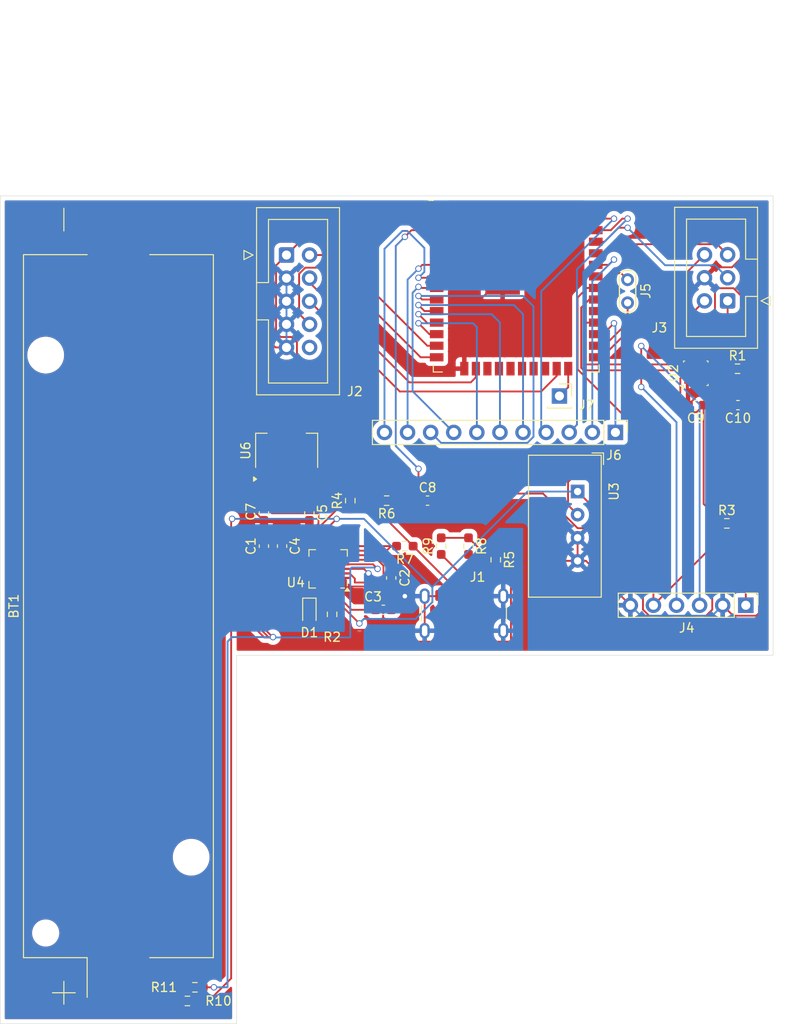
<source format=kicad_pcb>
(kicad_pcb (version 20240225) (generator "pcbnew") (generator_version "8.99")
  (layers (0 "F.Cu" signal) (31 "B.Cu" signal) (34 "B.Paste" user) (35 "F.Paste" user) (36 "B.SilkS" user "B.Silkscreen") (37 "F.SilkS" user "F.Silkscreen") (38 "B.Mask" user) (39 "F.Mask" user) (44 "Edge.Cuts" user))
  (net 0 "")
  (net 1 "Net-(BT1-+)")
  (net 2 "GND")
  (net 3 "Net-(U4-D_IO1)")
  (net 4 "Earth")
  (net 5 "Net-(U4-CBP)")
  (net 6 "+3.3V")
  (net 7 "+5V")
  (net 8 "Net-(J3-Pin_1)")
  (net 9 "Net-(U2-VDD)")
  (net 10 "Net-(D1-A)")
  (net 11 "Net-(D1-K)")
  (net 13 "Net-(J2-Pin_8)")
  (net 14 "Net-(J2-Pin_6)")
  (net 15 "Net-(J2-Pin_2)")
  (net 16 "Net-(J2-Pin_4)")
  (net 17 "Net-(J3-Pin_3)")
  (net 18 "Net-(J3-Pin_5)")
  (net 19 "Net-(J3-Pin_6)")
  (net 20 "Net-(J4-Pin_3)")
  (net 21 "Net-(J4-Pin_1)")
  (net 22 "Net-(J4-Pin_4)")
  (net 23 "Net-(U3-SDA)")
  (net 25 "Net-(J6-Pin_7)")
  (net 27 "Net-(J6-Pin_3)")
  (net 28 "Net-(J6-Pin_5)")
  (net 30 "Net-(J6-Pin_2)")
  (net 31 "Net-(J6-Pin_8)")
  (net 33 "Net-(J6-Pin_10)")
  (net 36 "Net-(J6-Pin_9)")
  (net 37 "Net-(J6-Pin_6)")
  (net 41 "Net-(J6-Pin_1)")
  (net 42 "Net-(J6-Pin_11)")
  (net 44 "Net-(J6-Pin_4)")
  (net 45 "Net-(J7-Pin_1)")
  (net 46 "Net-(J1-VBUS-PadA9)")
  (net 47 "Net-(J1-CC2)")
  (net 48 "Net-(J1-CC1)")
  (net 49 "Net-(J5-Pin_2)")
  (net 50 "Net-(J5-Pin_1)")
  (net 51 "Net-(U4-BAT_SNS)")
  (footprint "LED_SMD:LED_0603_1608Metric_Pad1.05x0.95mm_HandSolder" (layer "F.Cu") (at 116 105.875 -90)
    (property "Reference" "D1")
    (property "Value" "LED")
  )
  (footprint "Resistor_SMD:R_0603_1608Metric_Pad0.98x0.95mm_HandSolder" (layer "F.Cu") (at 120.5 93.5 90)
    (property "Reference" "R4")
    (property "Value" "0R")
  )
  (footprint "Capacitor_SMD:C_0603_1608Metric_Pad1.08x0.95mm_HandSolder" (layer "F.Cu") (at 124.1375 105.5)
    (property "Reference" "C3")
    (property "Value" "100n")
  )
  (footprint "Sensor:ASAIR_AM2302_P2.54mm_Vertical" (layer "F.Cu") (at 145.5 92.5 -90)
    (property "Reference" "U3")
    (property "Value" "AM2302")
  )
  (footprint "Connector_IDC:IDC-Header_2x05_P2.54mm_Vertical" (layer "F.Cu") (at 113.483654 66.5)
    (property "Reference" "J2")
    (property "Value" "Conn_02x05_Odd_Even" (hide yes))
  )
  (footprint "Capacitor_SMD:C_0603_1608Metric_Pad1.08x0.95mm_HandSolder" (layer "F.Cu") (at 163.1375 83 180)
    (property "Reference" "C10")
    (property "Value" "100n")
  )
  (footprint "Resistor_SMD:R_0603_1608Metric_Pad0.98x0.95mm_HandSolder" (layer "F.Cu") (at 124.5 93.5 180)
    (property "Reference" "R6")
    (property "Value" "10k")
  )
  (footprint "Resistor_SMD:R_0603_1608Metric_Pad0.98x0.95mm_HandSolder" (layer "F.Cu") (at 118.5 106 90)
    (property "Reference" "R2")
    (property "Value" "500")
  )
  (footprint "Resistor_SMD:R_0603_1608Metric_Pad0.98x0.95mm_HandSolder" (layer "F.Cu") (at 163.0875 79)
    (property "Reference" "R1")
    (property "Value" "1000")
  )
  (footprint "Connector_PinHeader_2.54mm:PinHeader_1x06_P2.54mm_Vertical" (layer "F.Cu") (at 164 105 -90)
    (property "Reference" "J4")
    (property "Value" "Conn_01x06_Pin")
  )
  (footprint "Resistor_SMD:R_0603_1608Metric_Pad0.98x0.95mm_HandSolder" (layer "F.Cu") (at 102.5875 148.5)
    (property "Reference" "R10")
    (property "Value" "0R")
  )
  (footprint "Capacitor_SMD:C_0603_1608Metric_Pad1.08x0.95mm_HandSolder" (layer "F.Cu") (at 158.5 83 180)
    (property "Reference" "C9")
    (property "Value" "100n")
  )
  (footprint "Connector_PinSocket_2.54mm:PinSocket_1x01_P2.54mm_Vertical" (layer "F.Cu") (at 143.5 82)
    (property "Reference" "J7")
    (property "Value" "Conn_01x01_Pin")
  )
  (footprint "Resistor_SMD:R_0603_1608Metric_Pad0.98x0.95mm_HandSolder" (layer "F.Cu") (at 126.5 98.5 180)
    (property "Reference" "R7")
    (property "Value" "0R")
  )
  (footprint "TestPoint:TestPoint_2Pads_Pitch2.54mm_Drill0.8mm" (layer "F.Cu") (at 151 71.75 90)
    (property "Reference" "J5")
    (property "Value" "Conn_01x02_Pin")
  )
  (footprint "Resistor_SMD:R_0603_1608Metric_Pad0.98x0.95mm_HandSolder" (layer "F.Cu") (at 136.5 100 -90)
    (property "Reference" "R5")
    (property "Value" "0R")
  )
  (footprint "Connector_PinHeader_2.54mm:PinHeader_1x11_P2.54mm_Vertical" (layer "F.Cu") (at 149.66 86 -90)
    (property "Reference" "J6")
    (property "Value" "Conn_01x11_Pin")
  )
  (footprint "Capacitor_SMD:C_0603_1608Metric_Pad1.08x0.95mm_HandSolder" (layer "F.Cu") (at 111 94.8625 90)
    (property "Reference" "C7")
    (property "Value" "10u")
  )
  (footprint "Resistor_SMD:R_0603_1608Metric_Pad0.98x0.95mm_HandSolder" (layer "F.Cu") (at 133.5 98.5 -90)
    (property "Reference" "R8")
    (property "Value" "5.1k")
  )
  (footprint "Capacitor_SMD:C_0603_1608Metric_Pad1.08x0.95mm_HandSolder" (layer "F.Cu") (at 125 102 90)
    (property "Reference" "C2")
    (property "Value" "10u")
  )
  (footprint "Capacitor_SMD:C_0603_1608Metric_Pad1.08x0.95mm_HandSolder" (layer "F.Cu") (at 111 98.5 90)
    (property "Reference" "C1")
    (property "Value" "22u")
  )
  (footprint "Capacitor_SMD:C_0603_1608Metric_Pad1.08x0.95mm_HandSolder" (layer "F.Cu") (at 129 93.5)
    (property "Reference" "C8")
    (property "Value" "0.1uF")
  )
  (footprint "Package_TO_SOT_SMD:SOT-223-3_TabPin2" (layer "F.Cu") (at 113.5 88 90)
    (property "Reference" "U6")
    (property "Value" "LD1117S33TR_SOT223")
  )
  (footprint "Connector_USB:USB_C_Receptacle_GCT_USB4125-xx-x-0190_6P_TopMnt_Horizontal" (layer "F.Cu") (at 133 107)
    (property "Reference" "J1")
    (property "Value" "USB_C_Receptacle_PowerOnly_6P")
  )
  (footprint "Battery:BatteryHolder_Keystone_1042_1x18650" (layer "F.Cu") (at 95 105.1 90)
    (property "Reference" "BT1")
    (property "Value" "Battery_Cell")
  )
  (footprint "RF_Module:ESP32-WROOM-32D" (layer "F.Cu") (at 138.75 69.48)
    (property "Reference" "U5" (hide yes))
    (property "Value" "ESP32-WROOM-32")
  )
  (footprint "Resistor_SMD:R_0603_1608Metric_Pad0.98x0.95mm_HandSolder" (layer "F.Cu") (at 103.4125 147 180)
    (property "Reference" "R11")
    (property "Value" "0R")
  )
  (footprint "Package_LGA:Bosch_LGA-8_2.5x2.5mm_P0.65mm_ClockwisePinNumbering" (layer "F.Cu") (at 158.5 79.5 90)
    (property "Reference" "U2")
    (property "Value" "BMP280")
  )
  (footprint "Resistor_SMD:R_0603_1608Metric_Pad0.98x0.95mm_HandSolder" (layer "F.Cu") (at 161.9125 96)
    (property "Reference" "R3")
    (property "Value" "1000")
  )
  (footprint "Package_DFN_QFN:QFN-20-1EP_4x4mm_P0.5mm_EP2.5x2.5mm" (layer "F.Cu") (at 118.0625 101 180)
    (property "Reference" "U4")
    (property "Value" "ADP5063")
  )
  (footprint "Resistor_SMD:R_0603_1608Metric_Pad0.98x0.95mm_HandSolder" (layer "F.Cu") (at 130.5 98.5 90)
    (property "Reference" "R9")
    (property "Value" "5.1k")
  )
  (footprint "Capacitor_SMD:C_0603_1608Metric_Pad1.08x0.95mm_HandSolder" (layer "F.Cu") (at 113 98.5 -90)
    (property "Reference" "C4")
    (property "Value" "22u")
  )
  (footprint "Capacitor_SMD:C_0603_1608Metric_Pad1.08x0.95mm_HandSolder" (layer "F.Cu") (at 116 94.8625 -90)
    (property "Reference" "C5")
    (property "Value" "100nf")
  )
  (footprint "Connector_IDC:IDC-Header_2x03_P2.54mm_Vertical" (layer "F.Cu") (at 162 71.54 180)
    (property "Reference" "J3")
    (property "Value" "Conn_02x03_Odd_Even")
  )
  (gr_poly (pts (xy 108 60) (xy 167 60) (xy 167 110.5) (xy 108 110.5) (xy 108 151) (xy 82 151) (xy 82 60)) (stroke (width 0.05)) (fill none) (layer "Edge.Cuts"))
  (segment (start 101 147) (end 102.5 147) (width 0.2) (layer "F.Cu") (net 1))
  (segment (start 101 147) (end 101 147.825) (width 0.2) (layer "F.Cu") (net 1))
  (segment (start 101 147.825) (end 101.675 148.5) (width 0.2) (layer "F.Cu") (net 1))
  (segment (start 101 147) (end 98.43 144.43) (width 0.2) (layer "F.Cu") (net 1))
  (segment (start 98.43 144.43) (end 95 144.43) (width 0.2) (layer "F.Cu") (net 1))
  (segment (start 124.1125 105.033278) (end 124.1125 106.3875) (width 0.2) (layer "F.Cu") (net 2))
  (segment (start 160.61 67.85) (end 162.476346 67.85) (width 0.2) (layer "F.Cu") (net 2))
  (segment (start 119.0625 103.364386) (end 119.0625 102.9375) (width 0.2) (layer "F.Cu") (net 2))
  (segment (start 117.5625 104) (end 117.5625 102.9375) (width 0.2) (layer "F.Cu") (net 2))
  (segment (start 136.5 99.0875) (end 136.5 98) (width 0.2) (layer "F.Cu") (net 2))
  (segment (start 122.016722 102.9375) (end 124.1125 105.033278) (width 0.2) (layer "F.Cu") (net 2))
  (segment (start 119.0625 102.9375) (end 120 102) (width 0.2) (layer "F.Cu") (net 2))
  (segment (start 133.04 73.16) (end 135.85 70.35) (width 0.2) (layer "F.Cu") (net 2))
  (segment (start 163.5 66.826346) (end 163.5 64.5) (width 0.2) (layer "F.Cu") (net 2))
  (segment (start 145.5 97.58) (end 145.5 100.12) (width 0.2) (layer "F.Cu") (net 2))
  (segment (start 117.0625 103.5) (end 117.5625 104) (width 0.2) (layer "F.Cu") (net 2))
  (segment (start 110 89.95) (end 110 85) (width 0.2) (layer "F.Cu") (net 2))
  (segment (start 165.9 73.4) (end 162.65 70.15) (width 0.2) (layer "F.Cu") (net 2))
  (segment (start 111 95.725) (end 110.225 94.95) (width 0.2) (layer "F.Cu") (net 2))
  (segment (start 107 71.378427) (end 107 65.77) (width 0.2) (layer "F.Cu") (net 2))
  (segment (start 116.575 105.925) (end 117.5625 104.9375) (width 0.2) (layer "F.Cu") (net 2))
  (segment (start 138.17 108.83) (end 138 109) (width 0.2) (layer "F.Cu") (net 2))
  (segment (start 136.5 98) (end 132 93.5) (width 0.2) (layer "F.Cu") (net 2))
  (segment (start 130.95 61.23) (end 130 61.23) (width 0.2) (layer "F.Cu") (net 2))
  (segment (start 138.17 100.7575) (end 138.17 108.83) (width 0.2) (layer "F.Cu") (net 2))
  (segment (start 112.725 99.3625) (end 111 97.6375) (width 0.2) (layer "F.Cu") (net 2))
  (segment (start 161.5 82) (end 158.6375 82) (width 0.2) (layer "F.Cu") (net 2))
  (segment (start 112.183654 82.816346) (end 112.183654 77.96) (width 0.2) (layer "F.Cu") (net 2))
  (segment (start 144.97 61.23) (end 147.5 61.23) (width 0.2) (layer "F.Cu") (net 2))
  (segment (start 117.0625 102.9375) (end 117.0625 103.5) (width 0.2) (layer "F.Cu") (net 2))
  (segment (start 124.1 109) (end 122.8 107.7) (width 0.2) (layer "F.Cu") (net 2))
  (segment (start 107 65.77) (end 95 65.77) (width 0.2) (layer "F.Cu") (net 2))
  (segment (start 162.275 82.775) (end 161.5 82) (width 0.2) (layer "F.Cu") (net 2))
  (segment (start 112 106) (end 112.075 105.925) (width 0.2) (layer "F.Cu") (net 2))
  (segment (start 164.325 77.825) (end 160.225 77.825) (width 0.2) (layer "F.Cu") (net 2))
  (segment (start 145.5 100.12) (end 146.42 100.12) (width 0.2) (layer "F.Cu") (net 2))
  (segment (start 160.61 70.15) (end 159.46 69) (width 0.2) (layer "F.Cu") (net 2))
  (segment (start 162.275 83) (end 162.275 82.775) (width 0.2) (layer "F.Cu") (net 2))
  (segment (start 162.61 106.15) (end 165.15 106.15) (width 0.2) (layer "F.Cu") (net 2))
  (segment (start 138.65 67.55) (end 144.97 61.23) (width 0.2) (layer "F.Cu") (net 2))
  (segment (start 112.183654 77.96) (end 113.483654 76.66) (width 0.2) (layer "F.Cu") (net 2))
  (segment (start 138.38 100.12) (end 145.5 100.12) (width 0.2) (layer "F.Cu") (net 2))
  (segment (start 160.23 61.23) (end 147.5 61.23) (width 0.2) (layer "F.Cu") (net 2))
  (segment (start 124.1125 106.3875) (end 122.8 107.7) (width 0.2) (layer "F.Cu") (net 2))
  (segment (start 133.04 78.99) (end 133.04 73.16) (width 0.2) (layer "F.Cu") (net 2))
  (segment (start 117.5625 104) (end 118.0625 103.5) (width 0.2) (layer "F.Cu") (net 2))
  (segment (start 111 95.725) (end 116 95.725) (width 0.2) (layer "F.Cu") (net 2))
  (segment (start 117.5625 104.9375) (end 117.5625 104) (width 0.2) (layer "F.Cu") (net 2))
  (segment (start 109.775 95.725) (end 111 95.725) (width 0.2) (layer "F.Cu") (net 2))
  (segment (start 111.2 91.15) (end 110 89.95) (width 0.2) (layer "F.Cu") (net 2))
  (segment (start 114.7 107.7) (end 113.5 106.5) (width 0.2) (layer "F.Cu") (net 2))
  (segment (start 157.6375 83) (end 157.6375 80.6375) (width 0.2) (layer "F.Cu") (net 2))
  (segment (start 108.6 107.5) (end 108.6 96.9) (width 0.2) (layer "F.Cu") (net 2))
  (segment (start 112 106) (end 113.15 107.15) (width 0.2) (layer "F.Cu") (net 2))
  (segment (start 165.9 105.4) (end 165.9 73.4) (width 0.2) (layer "F.Cu") (net 2))
  (segment (start 157.925 80.475) (end 158.575 79.825) (width 0.2) (layer "F.Cu") (net 2))
  (segment (start 110.225 92.125) (end 111.2 91.15) (width 0.2) (layer "F.Cu") (net 2))
  (segment (start 113.15 107.15) (end 113.15 109.69) (width 0.2) (layer "F.Cu") (net 2))
  (segment (start 164.725 83.775) (end 164.8375 83.6625) (width 0.2) (layer "F.Cu") (net 2))
  (segment (start 113.15 109.69) (end 110.79 109.69) (width 0.2) (layer "F.Cu") (net 2))
  (segment (start 161.46 105) (end 162.61 106.15) (width 0.2) (layer "F.Cu") (net 2))
  (segment (start 119.0625 102.9375) (end 122.016722 102.9375) (width 0.2) (layer "F.Cu") (net 2))
  (segment (start 146.42 100.12) (end 151.3 105) (width 0.2) (layer "F.Cu") (net 2))
  (segment (start 110.225 94.95) (end 110.225 92.125) (width 0.2) (layer "F.Cu") (net 2))
  (segment (start 163.05 83.775) (end 164.725 83.775) (width 0.2) (layer "F.Cu") (net 2))
  (segment (start 162.65 70.15) (end 160.61 70.15) (width 0.2) (layer "F.Cu") (net 2))
  (segment (start 137.95625 100.54375) (end 138.17 100.7575) (width 0.2) (layer "F.Cu") (net 2))
  (segment (start 163.5 64.5) (end 160.23 61.23) (width 0.2) (layer "F.Cu") (net 2))
  (segment (start 159.46 69) (end 160.61 67.85) (width 0.2) (layer "F.Cu") (net 2))
  (segment (start 164.8375 83.6625) (end 164.8375 78.3375) (width 0.2) (layer "F.Cu") (net 2))
  (segment (start 157.475 80.475) (end 157.925 80.475) (width 0.2) (layer "F.Cu") (net 2))
  (segment (start 113.483654 76.66) (end 112.281573 76.66) (width 0.2) (layer "F.Cu") (net 2))
  (segment (start 135.85 66.13) (end 130.95 61.23) (width 0.2) (layer "F.Cu") (net 2))
  (segment (start 108.6 96.9) (end 109.775 95.725) (width 0.2) (layer "F.Cu") (net 2))
  (segment (start 136.5 99.0875) (end 137.95625 100.54375) (width 0.2) (layer "F.Cu") (net 2))
  (segment (start 110.79 109.69) (end 108.6 107.5) (width 0.2) (layer "F.Cu") (net 2))
  (segment (start 118.0625 103.5) (end 118.0625 102.9375) (width 0.2) (layer "F.Cu") (net 2))
  (segment (start 157.6375 80.6375) (end 157.475 80.475) (width 0.2) (layer "F.Cu") (net 2))
  (segment (start 158.6375 82) (end 157.6375 83) (width 0.2) (layer "F.Cu") (net 2))
  (segment (start 132 93.5) (end 129.8625 93.5) (width 0.2) (layer "F.Cu") (net 2))
  (segment (start 160.61 70.15) (end 160.61 77.44) (width 0.2) (layer "F.Cu") (net 2))
  (segment (start 158.575 79.825) (end 159.525 79.825) (width 0.2) (layer "F.Cu") (net 2))
  (segment (start 113.5 106.5) (end 112.5 106.5) (width 0.2) (layer "F.Cu") (net 2))
  (segment (start 112.075 105.925) (end 116.575 105.925) (width 0.2) (layer "F.Cu") (net 2))
  (segment (start 162.275 83) (end 163.05 83.775) (width 0.2) (layer "F.Cu") (net 2))
  (segment (start 122.8 107.7) (end 114.7 107.7) (width 0.2) (layer "F.Cu") (net 2))
  (segment (start 164.8375 78.3375) (end 164.325 77.825) (width 0.2) (layer "F.Cu") (net 2))
  (segment (start 112.5 106.5) (end 112 106) (width 0.2) (layer "F.Cu") (net 2))
  (segment (start 165.15 106.15) (end 165.9 105.4) (width 0.2) (layer "F.Cu") (net 2))
  (segment (start 137.95625 100.54375) (end 138.38 100.12) (width 0.2) (layer "F.Cu") (net 2))
  (segment (start 135.85 67.55) (end 135.85 66.13) (width 0.2) (layer "F.Cu") (net 2))
  (segment (start 113 99.3625) (end 112.725 99.3625) (width 0.2) (layer "F.Cu") (net 2))
  (segment (start 111 97.6375) (end 111 95.725) (width 0.2) (layer "F.Cu") (net 2))
  (segment (start 112.281573 76.66) (end 107 71.378427) (width 0.2) (layer "F.Cu") (net 2))
  (segment (start 138 109) (end 124.1 109) (width 0.2) (layer "F.Cu") (net 2))
  (segment (start 160.61 77.44) (end 159.525 78.525) (width 0.2) (layer "F.Cu") (net 2))
  (segment (start 162.476346 67.85) (end 163.5 66.826346) (width 0.2) (layer "F.Cu") (net 2))
  (segment (start 110 85) (end 112.183654 82.816346) (width 0.2) (layer "F.Cu") (net 2))
  (segment (start 113.483654 74.12) (end 113.483654 71.58) (width 0.2) (layer "B.Cu") (net 2))
  (segment (start 160.31 106.15) (end 161.46 105) (width 0.2) (layer "B.Cu") (net 2))
  (segment (start 113.483654 71.58) (end 113.483654 69.04) (width 0.2) (layer "B.Cu") (net 2))
  (segment (start 113.483654 76.66) (end 113.483654 74.12) (width 0.2) (layer "B.Cu") (net 2))
  (segment (start 151.3 105) (end 152.45 106.15) (width 0.2) (layer "B.Cu") (net 2))
  (segment (start 152.45 106.15) (end 160.31 106.15) (width 0.2) (layer "B.Cu") (net 2))
  (segment (start 122.513971 102.8625) (end 124 102.8625) (width 0.2) (layer "F.Cu") (net 3))
  (segment (start 121.5 99) (end 120.5 98) (width 0.2) (layer "F.Cu") (net 3))
  (segment (start 118.0625 97.5625) (end 118.0625 99.0625) (width 0.2) (layer "F.Cu") (net 3))
  (segment (start 124.15 102.7125) (end 124.15 100.65) (width 0.2) (layer "F.Cu") (net 3))
  (segment (start 118.625 98) (end 118.5625 98.0625) (width 0.2) (layer "F.Cu") (net 3))
  (segment (start 124.5 99) (end 124 99.5) (width 0.2) (layer "F.Cu") (net 3))
  (segment (start 120.5 97.5) (end 118.125 97.5) (width 0.2) (layer "F.Cu") (net 3))
  (segment (start 120.5 98) (end 118.625 98) (width 0.2) (layer "F.Cu") (net 3))
  (segment (start 118.125 97.5) (end 118.0625 97.5625) (width 0.2) (layer "F.Cu") (net 3))
  (segment (start 124 102.8625) (end 124.15 102.7125) (width 0.2) (layer "F.Cu") (net 3))
  (segment (start 121.5 99.5) (end 120.5 98.5) (width 0.2) (layer "F.Cu") (net 3))
  (segment (start 119.625 98.5) (end 119.0625 99.0625) (width 0.2) (layer "F.Cu") (net 3))
  (segment (start 124.15 100.65) (end 123.5 100) (width 0.2) (layer "F.Cu") (net 3))
  (segment (start 124 99.5) (end 123.5 100) (width 0.2) (layer "F.Cu") (net 3))
  (segment (start 121.5 98.5) (end 120.5 97.5) (width 0.2) (layer "F.Cu") (net 3))
  (segment (start 123.5 100) (end 120 100) (width 0.2) (layer "F.Cu") (net 3))
  (segment (start 125.5875 98.5) (end 125 98.5) (width 0.2) (layer "F.Cu") (net 3))
  (segment (start 124 99.5) (end 121.5 99.5) (width 0.2) (layer "F.Cu") (net 3))
  (segment (start 122.151471 102.5) (end 122.513971 102.8625) (width 0.2) (layer "F.Cu") (net 3))
  (segment (start 120.426886 101.5) (end 121 102.073114) (width 0.2) (layer "F.Cu") (net 3))
  (segment (start 125.5875 98.5) (end 121.5 98.5) (width 0.2) (layer "F.Cu") (net 3))
  (segment (start 120.5 98.5) (end 119.625 98.5) (width 0.2) (layer "F.Cu") (net 3))
  (segment (start 124 102.8625) (end 125 102.8625) (width 0.2) (layer "F.Cu") (net 3))
  (segment (start 124.5 99) (end 121.5 99) (width 0.2) (layer "F.Cu") (net 3))
  (segment (start 125 98.5) (end 124.5 99) (width 0.2) (layer "F.Cu") (net 3))
  (segment (start 120 101.5) (end 120.426886 101.5) (width 0.2) (layer "F.Cu") (net 3))
  (segment (start 118.5625 98.0625) (end 118.5625 99.0625) (width 0.2) (layer "F.Cu") (net 3))
  (segment (start 121 102.073114) (end 121 102.5) (width 0.2) (layer "F.Cu") (net 3))
  (segment (start 121 102.5) (end 122.151471 102.5) (width 0.2) (layer "F.Cu") (net 3))
  (segment (start 135.75 103.92) (end 137.24 103.92) (width 0.2) (layer "F.Cu") (net 4))
  (segment (start 137.32 104) (end 137.32 101.7325) (width 0.2) (layer "F.Cu") (net 4))
  (segment (start 135.4125 100.9125) (end 136.5 100.9125) (width 0.2) (layer "F.Cu") (net 4))
  (segment (start 130.72 105.22) (end 130.25 104.75) (width 0.2) (layer "F.Cu") (net 4))
  (segment (start 122 101) (end 122.5 101.5) (width 0.2) (layer "F.Cu") (net 4))
  (segment (start 120 101) (end 122 101) (width 0.2) (layer "F.Cu") (net 4))
  (segment (start 130.17 104) (end 130.25 103.92) (width 0.2) (layer "F.Cu") (net 4))
  (segment (start 135.05 105.22) (end 130.72 105.22) (width 0.2) (layer "F.Cu") (net 4))
  (segment (start 135 100.5) (end 135.4125 100.9125) (width 0.2) (layer "F.Cu") (net 4))
  (segment (start 137.32 101.7325) (end 136.5 100.9125) (width 0.2) (layer "F.Cu") (net 4))
  (segment (start 128.68 104) (end 130.17 104) (width 0.2) (layer "F.Cu") (net 4))
  (segment (start 126.5 104) (end 125 105.5) (width 0.2) (layer "F.Cu") (net 4))
  (segment (start 135.75 104.52) (end 135.05 105.22) (width 0.2) (layer "F.Cu") (net 4))
  (segment (start 130.25 104.75) (end 130.25 103.92) (width 0.2) (layer "F.Cu") (net 4))
  (segment (start 126.5 101.5) (end 126.1375 101.1375) (width 0.2) (layer "F.Cu") (net 4))
  (segment (start 126.1375 101.1375) (end 125 101.1375) (width 0.2) (layer "F.Cu") (net 4))
  (segment (start 126.5 104) (end 126.5 101.5) (width 0.2) (layer "F.Cu") (net 4))
  (segment (start 133.5 97.5875) (end 135 99.0875) (width 0.2) (layer "F.Cu") (net 4))
  (segment (start 137.24 103.92) (end 137.32 104) (width 0.2) (layer "F.Cu") (net 4))
  (segment (start 128.68 107.8) (end 128.68 104) (width 0.2) (layer "F.Cu") (net 4))
  (segment (start 135 99.0875) (end 135 100.5) (width 0.2) (layer "F.Cu") (net 4))
  (segment (start 130.5 97.5875) (end 133.5 97.5875) (width 0.2) (layer "F.Cu") (net 4))
  (segment (start 135.75 103.92) (end 135.75 104.52) (width 0.2) (layer "F.Cu") (net 4))
  (segment (start 137.32 104) (end 137.32 107.8) (width 0.2) (layer "F.Cu") (net 4))
  (via (at 126.5 104) (size 0.7) (drill 0.5) (layers "F.Cu" "B.Cu") (net 4))
  (via (at 122.5 101.5) (size 0.7) (drill 0.5) (layers "F.Cu" "B.Cu") (net 4))
  (segment (start 122.5 101.5) (end 125 104) (width 0.2) (layer "B.Cu") (net 4))
  (segment (start 126.5 104) (end 128.68 104) (width 0.2) (layer "B.Cu") (net 4))
  (segment (start 125 104) (end 126.5 104) (width 0.2) (layer "B.Cu") (net 4))
  (segment (start 120.632429 105.5) (end 118.5625 103.430071) (width 0.2) (layer "F.Cu") (net 5))
  (segment (start 123.275 105.5) (end 120.632429 105.5) (width 0.2) (layer "F.Cu") (net 5))
  (segment (start 118.5625 103.430071) (end 118.5625 102.9375) (width 0.2) (layer "F.Cu") (net 5))
  (segment (start 114.3625 97.6375) (end 114.5 97.5) (width 0.2) (layer "F.Cu") (net 6))
  (segment (start 111.5 93.5) (end 111.5 93.15) (width 0.2) (layer "F.Cu") (net 6))
  (segment (start 111.8875 94.8875) (end 111 94) (width 0.2) (layer "F.Cu") (net 6))
  (segment (start 159.3625 83) (end 158.5875 83.775) (width 0.2) (layer "F.Cu") (net 6))
  (segment (start 117.0625 99.0625) (end 117.0625 96.4375) (width 0.2) (layer "F.Cu") (net 6))
  (segment (start 157.85 79.825) (end 157.475 79.825) (width 0.2) (layer "F.Cu") (net 6))
  (segment (start 161 97.84) (end 153.84 105) (width 0.2) (layer "F.Cu") (net 6))
  (segment (start 121.5 107) (end 119.5875 105.0875) (width 0.2) (layer "F.Cu") (net 6))
  (segment (start 117 96.029222) (end 117 95) (width 0.2) (layer "F.Cu") (net 6))
  (segment (start 116.029222 97) (end 117 96.029222) (width 0.2) (layer "F.Cu") (net 6))
  (segment (start 157.025 79.825) (end 157.475 79.825) (width 0.2) (layer "F.Cu") (net 6))
  (segment (start 145.5 92.5) (end 153.84 100.84) (width 0.2) (layer "F.Cu") (net 6))
  (segment (start 117 95) (end 116.8875 94.8875) (width 0.2) (layer "F.Cu") (net 6))
  (segment (start 158.5 72.5) (end 158.5 79.175) (width 0.2) (layer "F.Cu") (net 6))
  (segment (start 116.8875 94.8875) (end 111.8875 94.8875) (width 0.2) (layer "F.Cu") (net 6))
  (segment (start 161 96) (end 161 95.5) (width 0.2) (layer "F.Cu") (net 6))
  (segment (start 160.325 79.175) (end 159.525 79.175) (width 0.2) (layer "F.Cu") (net 6))
  (segment (start 113.5 91.15) (end 113.5 84.85) (width 0.2) (layer "F.Cu") (net 6))
  (segment (start 103.5 148.5) (end 104.919239 148.5) (width 0.2) (layer "F.Cu") (net 6))
  (segment (start 164 79) (end 163.225 78.225) (width 0.2) (layer "F.Cu") (net 6))
  (segment (start 114.5 99.5) (end 114.5 97.5) (width 0.2) (layer "F.Cu") (net 6))
  (segment (start 112.333654 67.65) (end 113.483654 66.5) (width 0.2) (layer "F.Cu") (net 6))
  (segment (start 117.0625 99.0625) (end 117.5625 99.0625) (width 0.2) (layer "F.Cu") (net 6))
  (segment (start 159.525 79.175) (end 158.5 79.175) (width 0.2) (layer "F.Cu") (net 6))
  (segment (start 107.4 146.019239) (end 107.4 95.6) (width 0.2) (layer "F.Cu") (net 6))
  (segment (start 156.8 83.466722) (end 156.8 80.05) (width 0.2) (layer "F.Cu") (net 6))
  (segment (start 161 95.5) (end 159.3625 93.8625) (width 0.2) (layer "F.Cu") (net 6))
  (segment (start 159.46 71.54) (end 158.5 72.5) (width 0.2) (layer "F.Cu") (net 6))
  (segment (start 153.84 100.84) (end 153.84 105) (width 0.2) (layer "F.Cu") (net 6))
  (segment (start 114.033654 75.51) (end 112.833654 75.51) (width 0.2) (layer "F.Cu") (net 6))
  (segment (start 113 97.6375) (end 114.3625 97.6375) (width 0.2) (layer "F.Cu") (net 6))
  (segment (start 114.633654 76.11) (end 114.033654 75.51) (width 0.2) (layer "F.Cu") (net 6))
  (segment (start 117.5625 96.9375) (end 117.5625 99.0625) (width 0.2) (layer "F.Cu") (net 6))
  (segment (start 114.5 97.5) (end 115 97) (width 0.2) (layer "F.Cu") (net 6))
  (segment (start 112.333654 75.01) (end 112.333654 67.65) (width 0.2) (layer "F.Cu") (net 6))
  (segment (start 116.125 100) (end 115 100) (width 0.2) (layer "F.Cu") (net 6))
  (segment (start 157.108278 83.775) (end 156.8 83.466722) (width 0.2) (layer "F.Cu") (net 6))
  (segment (start 116.4875 84.85) (end 124.3625 92.725) (width 0.2) (layer "F.Cu") (net 6))
  (segment (start 159.3625 93.8625) (end 159.3625 83) (width 0.2) (layer "F.Cu") (net 6))
  (segment (start 158.5 79.175) (end 157.85 79.825) (width 0.2) (layer "F.Cu") (net 6))
  (segment (start 113.5 84.85) (end 116.4875 84.85) (width 0.2) (layer "F.Cu") (net 6))
  (segment (start 158.5875 83.775) (end 157.108278 83.775) (width 0.2) (layer "F.Cu") (net 6))
  (segment (start 114.633654 83.716346) (end 114.633654 76.11) (width 0.2) (layer "F.Cu") (net 6))
  (segment (start 117.0625 96.4375) (end 120 93.5) (width 0.2) (layer "F.Cu") (net 6))
  (segment (start 107.4 95.6) (end 107.5 95.5) (width 0.2) (layer "F.Cu") (net 6))
  (segment (start 120 93.5) (end 123.5875 93.5) (width 0.2) (layer "F.Cu") (net 6))
  (segment (start 119 95.5) (end 117.5625 96.9375) (width 0.2) (layer "F.Cu") (net 6))
  (segment (start 113.483654 66.5) (end 117.483654 62.5) (width 0.2) (layer "F.Cu") (net 6))
  (segment (start 113.5 84.85) (end 115.4 84.85) (width 0.2) (layer "F.Cu") (net 6))
  (segment (start 115 97) (end 116.029222 97) (width 0.2) (layer "F.Cu") (net 6))
  (segment (start 104.919239 148.5) (end 107.4 146.019239) (width 0.2) (layer "F.Cu") (net 6))
  (segment (start 119.5875 105.0875) (end 118.5 105.0875) (width 0.2) (layer "F.Cu") (net 6))
  (segment (start 117.483654 62.5) (end 130 62.5) (width 0.2) (layer "F.Cu") (net 6))
  (segment (start 156.8 80.05) (end 157.025 79.825) (width 0.2) (layer "F.Cu") (net 6))
  (segment (start 113.5 84.85) (end 114.633654 83.716346) (width 0.2) (layer "F.Cu") (net 6))
  (segment (start 111.5 93.15) (end 113.5 91.15) (width 0.2) (layer "F.Cu") (net 6))
  (segment (start 115 100) (end 114.5 99.5) (width 0.2) (layer "F.Cu") (net 6))
  (segment (start 161 96) (end 161 97.84) (width 0.2) (layer "F.Cu") (net 6))
  (segment (start 111 94) (end 111.5 93.5) (width 0.2) (layer "F.Cu") (net 6))
  (segment (start 161.275 78.225) (end 160.325 79.175) (width 0.2) (layer "F.Cu") (net 6))
  (segment (start 124.3625 92.725) (end 123.5875 93.5) (width 0.2) (layer "F.Cu") (net 6))
  (segment (start 163.225 78.225) (end 161.275 78.225) (width 0.2) (layer "F.Cu") (net 6))
  (segment (start 112.833654 75.51) (end 112.333654 75.01) (width 0.2) (layer "F.Cu") (net 6))
  (via (at 119 95.5) (size 0.7) (drill 0.5) (layers "F.Cu" "B.Cu") (net 6))
  (via (at 107.5 95.5) (size 0.7) (drill 0.5) (layers "F.Cu" "B.Cu") (net 6))
  (via (at 121.5 107) (size 0.7) (drill 0.5) (layers "F.Cu" "B.Cu") (net 6))
  (segment (start 129.53 103.03) (end 129.5 103) (width 0.2) (layer "B.Cu") (net 6))
  (segment (start 140 92.5) (end 129.5 103) (width 0.2) (layer "B.Cu") (net 6))
  (segment (start 129.5 103) (end 122 95.5) (width 0.2) (layer "B.Cu") (net 6))
  (segment (start 121.5 107) (end 122 106.5) (width 0.2) (layer "B.Cu") (net 6))
  (segment (start 122 95.5) (end 119 95.5) (width 0.2) (layer "B.Cu") (net 6))
  (segment (start 122 106.5) (end 127.682082 106.5) (width 0.2) (layer "B.Cu") (net 6))
  (segment (start 129.53 104.652082) (end 129.53 103.03) (width 0.2) (layer "B.Cu") (net 6))
  (segment (start 145.5 92.5) (end 140 92.5) (width 0.2) (layer "B.Cu") (net 6))
  (segment (start 107.5 95.5) (end 119 95.5) (width 0.2) (layer "B.Cu") (net 6))
  (segment (start 127.682082 106.5) (end 129.53 104.652082) (width 0.2) (layer "B.Cu") (net 6))
  (segment (start 115.8 93.8) (end 116 94) (width 0.2) (layer "F.Cu") (net 7))
  (segment (start 115.8 91.15) (end 115.8 93.8) (width 0.2) (layer "F.Cu") (net 7))
  (segment (start 120.5 92.5875) (end 117.4125 92.5875) (width 0.2) (layer "F.Cu") (net 7))
  (segment (start 117.4125 92.5875) (end 116 94) (width 0.2) (layer "F.Cu") (net 7))
  (segment (start 145.505075 96.53) (end 147.53 96.53) (width 0.2) (layer "F.Cu") (net 8))
  (segment (start 163 75.5) (end 162.5 75.5) (width 0.2) (layer "F.Cu") (net 8))
  (segment (start 162.5 75.5) (end 162 75) (width 0.2) (layer "F.Cu") (net 8))
  (segment (start 128.9125 92.725) (end 141.700075 92.725) (width 0.2) (layer "F.Cu") (net 8))
  (segment (start 152.69 105.476346) (end 153.363654 106.15) (width 0.2) (layer "F.Cu") (net 8))
  (segment (start 128.1375 93.5) (end 125.4125 93.5) (width 0.2) (layer "F.Cu") (net 8))
  (segment (start 127.23 63.77) (end 126.5 64.5) (width 0.2) (layer "F.Cu") (net 8))
  (segment (start 162.0375 97.368186) (end 162.0375 87.3625) (width 0.2) (layer "F.Cu") (net 8))
  (segment (start 153.363654 106.15) (end 159.636346 106.15) (width 0.2) (layer "F.Cu") (net 8))
  (segment (start 128 90) (end 128 91.8125) (width 0.2) (layer "F.Cu") (net 8))
  (segment (start 141.700075 92.725) (end 145.505075 96.53) (width 0.2) (layer "F.Cu") (net 8))
  (segment (start 128.1375 93.5) (end 128.9125 92.725) (width 0.2) (layer "F.Cu") (net 8))
  (segment (start 165.2375 84.1625) (end 165.2375 77.7375) (width 0.2) (layer "F.Cu") (net 8))
  (segment (start 128 91.8125) (end 128.9125 92.725) (width 0.2) (layer "F.Cu") (net 8))
  (segment (start 162 75) (end 162 71.54) (width 0.2) (layer "F.Cu") (net 8))
  (segment (start 159.636346 106.15) (end 160.31 105.476346) (width 0.2) (layer "F.Cu") (net 8))
  (segment (start 162.0375 87.3625) (end 165.2375 84.1625) (width 0.2) (layer "F.Cu") (net 8))
  (segment (start 160.31 99.095686) (end 162.0375 97.368186) (width 0.2) (layer "F.Cu") (net 8))
  (segment (start 130 63.77) (end 127.23 63.77) (width 0.2) (layer "F.Cu") (net 8))
  (segment (start 152.69 101.69) (end 152.69 105.476346) (width 0.2) (layer "F.Cu") (net 8))
  (segment (start 160.31 105.476346) (end 160.31 99.095686) (width 0.2) (layer "F.Cu") (net 8))
  (segment (start 165.2375 77.7375) (end 163 75.5) (width 0.2) (layer "F.Cu") (net 8))
  (segment (start 147.53 96.53) (end 152.69 101.69) (width 0.2) (layer "F.Cu") (net 8))
  (via (at 128 90) (size 0.7) (drill 0.5) (layers "F.Cu" "B.Cu") (net 8))
  (via (at 126.5 64.5) (size 0.7) (drill 0.5) (layers "F.Cu" "B.Cu") (net 8))
  (segment (start 125.5 87.5) (end 128 90) (width 0.2) (layer "B.Cu") (net 8))
  (segment (start 126.5 64.5) (end 125.5 65.5) (width 0.2) (layer "B.Cu") (net 8))
  (segment (start 125.5 65.5) (end 125.5 87.5) (width 0.2) (layer "B.Cu") (net 8))
  (segment (start 162.175 79) (end 160.7 80.475) (width 0.2) (layer "F.Cu") (net 9))
  (segment (start 160.7 80.475) (end 159.525 80.475) (width 0.2) (layer "F.Cu") (net 9))
  (segment (start 160.7 80.475) (end 161.475 80.475) (width 0.2) (layer "F.Cu") (net 9))
  (segment (start 161.475 80.475) (end 164 83) (width 0.2) (layer "F.Cu") (net 9))
  (segment (start 118.5 106.9125) (end 116.1625 106.9125) (width 0.2) (layer "F.Cu") (net 10))
  (segment (start 116.1625 106.9125) (end 116 106.75) (width 0.2) (layer "F.Cu") (net 10))
  (segment (start 116 105) (end 116 102.125) (width 0.2) (layer "F.Cu") (net 11))
  (segment (start 116 102.125) (end 116.125 102) (width 0.2) (layer "F.Cu") (net 11))
  (segment (start 114.873654 68.563654) (end 115.547308 67.89) (width 0.2) (layer "F.Cu") (net 13))
  (segment (start 128.24 77.74) (end 130 77.74) (width 0.2) (layer "F.Cu") (net 13))
  (segment (start 118.39 67.89) (end 128.24 77.74) (width 0.2) (layer "F.Cu") (net 13))
  (segment (start 116.023654 74.12) (end 114.873654 72.97) (width 0.2) (layer "F.Cu") (net 13))
  (segment (start 114.873654 72.97) (end 114.873654 68.563654) (width 0.2) (layer "F.Cu") (net 13))
  (segment (start 115.547308 67.89) (end 118.39 67.89) (width 0.2) (layer "F.Cu") (net 13))
  (segment (start 143.2 79.8) (end 143.2 78.99) (width 0.2) (layer "F.Cu") (net 14))
  (segment (start 116.023654 71.58) (end 125.943654 81.5) (width 0.2) (layer "F.Cu") (net 14))
  (segment (start 141.5 81.5) (end 143.2 79.8) (width 0.2) (layer "F.Cu") (net 14))
  (segment (start 125.943654 81.5) (end 141.5 81.5) (width 0.2) (layer "F.Cu") (net 14))
  (segment (start 116.023654 66.5) (end 119 66.5) (width 0.2) (layer "F.Cu") (net 15))
  (segment (start 128.97 76.47) (end 130 76.47) (width 0.2) (layer "F.Cu") (net 15))
  (segment (start 119 66.5) (end 128.97 76.47) (width 0.2) (layer "F.Cu") (net 15))
  (segment (start 116.023654 69.04) (end 116.023654 69.523654) (width 0.2) (layer "F.Cu") (net 16))
  (segment (start 127 80.5) (end 133.75 80.5) (width 0.2) (layer "F.Cu") (net 16))
  (segment (start 134.31 79.94) (end 134.31 78.99) (width 0.2) (layer "F.Cu") (net 16))
  (segment (start 133.75 80.5) (end 134.31 79.94) (width 0.2) (layer "F.Cu") (net 16))
  (segment (start 116.023654 69.523654) (end 127 80.5) (width 0.2) (layer "F.Cu") (net 16))
  (segment (start 149.99 63.5) (end 148.45 65.04) (width 0.2) (layer "F.Cu") (net 17))
  (segment (start 151 63.5) (end 149.99 63.5) (width 0.2) (layer "F.Cu") (net 17))
  (segment (start 148.45 65.04) (end 147.5 65.04) (width 0.2) (layer "F.Cu") (net 17))
  (via (at 151 63.5) (size 0.7) (drill 0.5) (layers "F.Cu" "B.Cu") (net 17))
  (segment (start 160.626346 67.626346) (end 155.126346 67.626346) (width 0.2) (layer "B.Cu") (net 17))
  (segment (start 155.126346 67.626346) (end 151 63.5) (width 0.2) (layer "B.Cu") (net 17))
  (segment (start 162 69) (end 160.626346 67.626346) (width 0.2) (layer "B.Cu") (net 17))
  (segment (start 149.45 65.31) (end 148.45 66.31) (width 0.2) (layer "F.Cu") (net 18))
  (segment (start 148.45 66.31) (end 147.5 66.31) (width 0.2) (layer "F.Cu") (net 18))
  (segment (start 160.85 65.31) (end 149.45 65.31) (width 0.2) (layer "F.Cu") (net 18))
  (segment (start 162 66.46) (end 160.85 65.31) (width 0.2) (layer "F.Cu") (net 18))
  (segment (start 148.18 77.74) (end 147.5 77.74) (width 0.2) (layer "F.Cu") (net 19))
  (segment (start 159.46 66.46) (end 148.18 77.74) (width 0.2) (layer "F.Cu") (net 19))
  (segment (start 152.5 76.5) (end 152.5 78.525) (width 0.2) (layer "F.Cu") (net 20))
  (segment (start 146.55 73.93) (end 147.5 73.93) (width 0.2) (layer "F.Cu") (net 20))
  (segment (start 157.475 78.525) (end 152.5 78.525) (width 0.2) (layer "F.Cu") (net 20))
  (segment (start 146.325 78.525) (end 146.3 78.5) (width 0.2) (layer "F.Cu") (net 20))
  (segment (start 146.3 74.18) (end 146.55 73.93) (width 0.2) (layer "F.Cu") (net 20))
  (segment (start 152.5 78.525) (end 146.325 78.525) (width 0.2) (layer "F.Cu") (net 20))
  (segment (start 146.3 78.5) (end 146.3 74.18) (width 0.2) (layer "F.Cu") (net 20))
  (via (at 152.5 76.5) (size 0.7) (drill 0.5) (layers "F.Cu" "B.Cu") (net 20))
  (segment (start 158.92 82.92) (end 152.5 76.5) (width 0.2) (layer "B.Cu") (net 20))
  (segment (start 158.92 105) (end 158.92 82.92) (width 0.2) (layer "B.Cu") (net 20))
  (segment (start 164 97.175) (end 162.825 96) (width 0.2) (layer "F.Cu") (net 21))
  (segment (start 164 105) (end 164 97.175) (width 0.2) (layer "F.Cu") (net 21))
  (segment (start 157.475 79.175) (end 152.5 79.175) (width 0.2) (layer "F.Cu") (net 22))
  (segment (start 145.9 72.28) (end 146.79 71.39) (width 0.2) (layer "F.Cu") (net 22))
  (segment (start 152.5 79.175) (end 146.175 79.175) (width 0.2) (layer "F.Cu") (net 22))
  (segment (start 152.5 81) (end 152.5 79.175) (width 0.2) (layer "F.Cu") (net 22))
  (segment (start 146.175 79.175) (end 145.9 78.9) (width 0.2) (layer "F.Cu") (net 22))
  (segment (start 145.9 78.9) (end 145.9 72.28) (width 0.2) (layer "F.Cu") (net 22))
  (segment (start 146.79 71.39) (end 147.5 71.39) (width 0.2) (layer "F.Cu") (net 22))
  (via (at 152.5 81) (size 0.7) (drill 0.5) (layers "F.Cu" "B.Cu") (net 22))
  (segment (start 156.38 105) (end 156.38 84.88) (width 0.2) (layer "B.Cu") (net 22))
  (segment (start 156.38 84.88) (end 152.5 81) (width 0.2) (layer "B.Cu") (net 22))
  (segment (start 152 85.5) (end 151.934314 85.5) (width 0.2) (layer "F.Cu") (net 23))
  (segment (start 145.5 71.17) (end 146.55 70.12) (width 0.2) (layer "F.Cu") (net 23))
  (segment (start 149.1 90.4) (end 152 87.5) (width 0.2) (layer "F.Cu") (net 23))
  (segment (start 146.55 70.12) (end 147.5 70.12) (width 0.2) (layer "F.Cu") (net 23))
  (segment (start 144.45 91.45) (end 145.5 90.4) (width 0.2) (layer "F.Cu") (net 23))
  (segment (start 145.5 90.4) (end 149.1 90.4) (width 0.2) (layer "F.Cu") (net 23))
  (segment (start 144.45 93.99) (end 144.45 91.45) (width 0.2) (layer "F.Cu") (net 23))
  (segment (start 152 87.5) (end 152 85.5) (width 0.2) (layer "F.Cu") (net 23))
  (segment (start 145.5 79.065686) (end 145.5 71.17) (width 0.2) (layer "F.Cu") (net 23))
  (segment (start 151.934314 85.5) (end 145.5 79.065686) (width 0.2) (layer "F.Cu") (net 23))
  (segment (start 145.5 95.04) (end 144.45 93.99) (width 0.2) (layer "F.Cu") (net 23))
  (segment (start 130 75.2) (end 129.2 75.2) (width 0.2) (layer "F.Cu") (net 25))
  (segment (start 129.2 75.2) (end 128 74) (width 0.2) (layer "F.Cu") (net 25))
  (via (at 128 74) (size 0.7) (drill 0.5) (layers "F.Cu" "B.Cu") (net 25))
  (segment (start 134 74) (end 128 74) (width 0.2) (layer "B.Cu") (net 25))
  (segment (start 134.42 74.42) (end 134 74) (width 0.2) (layer "B.Cu") (net 25))
  (segment (start 134.42 86) (end 134.42 74.42) (width 0.2) (layer "B.Cu") (net 25))
  (segment (start 151 62.5) (end 150.419239 62.5) (width 0.2) (layer "F.Cu") (net 27))
  (segment (start 150.419239 62.5) (end 149.149239 63.77) (width 0.2) (layer "F.Cu") (net 27))
  (segment (start 149.149239 63.77) (end 147.5 63.77) (width 0.2) (layer "F.Cu") (net 27))
  (via (at 151 62.5) (size 0.7) (drill 0.5) (layers "F.Cu" "B.Cu") (net 27))
  (segment (start 145.43 68.07) (end 151 62.5) (width 0.2) (layer "B.Cu") (net 27))
  (segment (start 145.43 85.15) (end 145.43 68.07) (width 0.2) (layer "B.Cu") (net 27))
  (segment (start 144.58 86) (end 145.43 85.15) (width 0.2) (layer "B.Cu") (net 27))
  (segment (start 128.66 72.66) (end 128 72) (width 0.2) (layer "F.Cu") (net 28))
  (segment (start 130 72.66) (end 128.66 72.66) (width 0.2) (layer "F.Cu") (net 28))
  (via (at 128 72) (size 0.7) (drill 0.5) (layers "F.Cu" "B.Cu") (net 28))
  (segment (start 139.5 86) (end 139.5 73) (width 0.2) (layer "B.Cu") (net 28))
  (segment (start 139.5 73) (end 138.5 72) (width 0.2) (layer "B.Cu") (net 28))
  (segment (start 138.5 72) (end 128 72) (width 0.2) (layer "B.Cu") (net 28))
  (segment (start 149.5 67) (end 148.92 67.58) (width 0.2) (layer "F.Cu") (net 30))
  (segment (start 148.92 67.58) (end 147.5 67.58) (width 0.2) (layer "F.Cu") (net 30))
  (via (at 149.5 67) (size 0.7) (drill 0.5) (layers "F.Cu" "B.Cu") (net 30))
  (segment (start 147.12 86) (end 147.12 69.38) (width 0.2) (layer "B.Cu") (net 30))
  (segment (start 147.12 69.38) (end 149.5 67) (width 0.2) (layer "B.Cu") (net 30))
  (segment (start 128.12 70.12) (end 128 70) (width 0.2) (layer "F.Cu") (net 31))
  (segment (start 130 70.12) (end 128.12 70.12) (width 0.2) (layer "F.Cu") (net 31))
  (via (at 128 70) (size 0.7) (drill 0.5) (layers "F.Cu" "B.Cu") (net 31))
  (segment (start 131.88 86) (end 127.35 81.47) (width 0.2) (layer "B.Cu") (net 31))
  (segment (start 127.35 70.65) (end 128 70) (width 0.2) (layer "B.Cu") (net 31))
  (segment (start 127.35 81.47) (end 127.35 70.65) (width 0.2) (layer "B.Cu") (net 31))
  (segment (start 128.42 67.58) (end 130 67.58) (width 0.2) (layer "F.Cu") (net 33))
  (segment (start 128 68) (end 128.42 67.58) (width 0.2) (layer "F.Cu") (net 33))
  (via (at 128 68) (size 0.7) (drill 0.5) (layers "F.Cu" "B.Cu") (net 33))
  (segment (start 126.8 69.2) (end 128 68) (width 0.2) (layer "B.Cu") (net 33))
  (segment (start 126.8 86) (end 126.8 69.2) (width 0.2) (layer "B.Cu") (net 33))
  (segment (start 128.39 71.39) (end 128 71) (width 0.2) (layer "F.Cu") (net 36))
  (segment (start 130 71.39) (end 128.39 71.39) (width 0.2) (layer "F.Cu") (net 36))
  (via (at 128 71) (size 0.7) (drill 0.5) (layers "F.Cu" "B.Cu") (net 36))
  (segment (start 129.34 86) (end 130.49 87.15) (width 0.2) (layer "B.Cu") (net 36))
  (segment (start 139.976346 87.15) (end 140.65 86.476346) (width 0.2) (layer "B.Cu") (net 36))
  (segment (start 139.5 71) (end 128 71) (width 0.2) (layer "B.Cu") (net 36))
  (segment (start 140.65 72.15) (end 139.5 71) (width 0.2) (layer "B.Cu") (net 36))
  (segment (start 140.65 86.476346) (end 140.65 72.15) (width 0.2) (layer "B.Cu") (net 36))
  (segment (start 130.49 87.15) (end 139.976346 87.15) (width 0.2) (layer "B.Cu") (net 36))
  (segment (start 130 73.93) (end 130 74) (width 0.2) (layer "F.Cu") (net 37))
  (segment (start 129 74) (end 128 73) (width 0.2) (layer "F.Cu") (net 37))
  (segment (start 130 74) (end 129 74) (width 0.2) (layer "F.Cu") (net 37))
  (via (at 128 73) (size 0.7) (drill 0.5) (layers "F.Cu" "B.Cu") (net 37))
  (segment (start 136.96 86) (end 136.96 73.92) (width 0.2) (layer "B.Cu") (net 37))
  (segment (start 136.04 73) (end 128 73) (width 0.2) (layer "B.Cu") (net 37))
  (segment (start 136.96 73.92) (end 136.04 73) (width 0.2) (layer "B.Cu") (net 37))
  (segment (start 149.5 74) (end 148.3 75.2) (width 0.2) (layer "F.Cu") (net 41))
  (segment (start 148.3 75.2) (end 147.5 75.2) (width 0.2) (layer "F.Cu") (net 41))
  (via (at 149.5 74) (size 0.7) (drill 0.5) (layers "F.Cu" "B.Cu") (net 41))
  (segment (start 149.66 86) (end 149.66 74.16) (width 0.2) (layer "B.Cu") (net 41))
  (segment (start 149.66 74.16) (end 149.5 74) (width 0.2) (layer "B.Cu") (net 41))
  (segment (start 130 68.85) (end 129.05 68.85) (width 0.2) (layer "F.Cu") (net 42))
  (segment (start 128.9 69) (end 128 69) (width 0.2) (layer "F.Cu") (net 42))
  (segment (start 129.05 68.85) (end 128.9 69) (width 0.2) (layer "F.Cu") (net 42))
  (via (at 128 69) (size 0.7) (drill 0.5) (layers "F.Cu" "B.Cu") (net 42))
  (segment (start 126.230761 63.85) (end 124.26 65.820761) (width 0.2) (layer "B.Cu") (net 42))
  (segment (start 126.769239 63.85) (end 126.230761 63.85) (width 0.2) (layer "B.Cu") (net 42))
  (segment (start 128.65 68.35) (end 128.65 65.730761) (width 0.2) (layer "B.Cu") (net 42))
  (segment (start 128.65 65.730761) (end 126.769239 63.85) (width 0.2) (layer "B.Cu") (net 42))
  (segment (start 128 69) (end 128.65 68.35) (width 0.2) (layer "B.Cu") (net 42))
  (segment (start 124.26 65.820761) (end 124.26 86) (width 0.2) (layer "B.Cu") (net 42))
  (segment (start 147.5 62.5) (end 149.5 62.5) (width 0.2) (layer "F.Cu") (net 44))
  (via (at 149.5 62.5) (size 0.7) (drill 0.5) (layers "F.Cu" "B.Cu") (net 44))
  (segment (start 141.5 85.46) (end 142.04 86) (width 0.2) (layer "B.Cu") (net 44))
  (segment (start 141.5 70.5) (end 141.5 85.46) (width 0.2) (layer "B.Cu") (net 44))
  (segment (start 149.5 62.5) (end 141.5 70.5) (width 0.2) (layer "B.Cu") (net 44))
  (segment (start 144.47 78.99) (end 144.47 81.03) (width 0.2) (layer "F.Cu") (net 45))
  (segment (start 144.47 81.03) (end 143.5 82) (width 0.2) (layer "F.Cu") (net 45))
  (segment (start 134.52 104.52) (end 134.22 104.82) (width 0.2) (layer "F.Cu") (net 46))
  (segment (start 131.48 103.92) (end 131.48 102.5675) (width 0.2) (layer "F.Cu") (net 46))
  (segment (start 134.52 103.92) (end 134.52 103.52) (width 0.2) (layer "F.Cu") (net 46))
  (segment (start 123.325 94.4125) (end 120.5 94.4125) (width 0.2) (layer "F.Cu") (net 46))
  (segment (start 134.22 104.82) (end 131.78 104.82) (width 0.2) (layer "F.Cu") (net 46))
  (segment (start 131.78 104.82) (end 131.48 104.52) (width 0.2) (layer "F.Cu") (net 46))
  (segment (start 131.48 104.52) (end 131.48 103.92) (width 0.2) (layer "F.Cu") (net 46))
  (segment (start 134.52 103.92) (end 134.52 104.52) (width 0.2) (layer "F.Cu") (net 46))
  (segment (start 120.5875 94.5) (end 120.5 94.4125) (width 0.2) (layer "F.Cu") (net 46))
  (segment (start 127.4125 98.5) (end 123.325 94.4125) (width 0.2) (layer "F.Cu") (net 46))
  (segment (start 131.48 102.5675) (end 127.4125 98.5) (width 0.2) (layer "F.Cu") (net 46))
  (segment (start 133.5 103.92) (end 133.5 99.4125) (width 0.2) (layer "F.Cu") (net 47))
  (segment (start 132.5 103.92) (end 132.5 101.4125) (width 0.2) (layer "F.Cu") (net 48))
  (segment (start 132.5 101.4125) (end 130.5 99.4125) (width 0.2) (layer "F.Cu") (net 48))
  (segment (start 149.5 68.5) (end 150.29 68.5) (width 0.2) (layer "F.Cu") (net 49))
  (segment (start 148.45 72.66) (end 149 72.11) (width 0.2) (layer "F.Cu") (net 49))
  (segment (start 147.5 72.66) (end 148.45 72.66) (width 0.2) (layer "F.Cu") (net 49))
  (segment (start 149 72.11) (end 149 69) (width 0.2) (layer "F.Cu") (net 49))
  (segment (start 150.29 68.5) (end 151 69.21) (width 0.2) (layer "F.Cu") (net 49))
  (segment (start 149 69) (end 149.5 68.5) (width 0.2) (layer "F.Cu") (net 49))
  (segment (start 151 73.92) (end 151 71.75) (width 0.2) (layer "F.Cu") (net 50))
  (segment (start 148.45 76.47) (end 151 73.92) (width 0.2) (layer "F.Cu") (net 50))
  (segment (start 147.5 76.47) (end 148.45 76.47) (width 0.2) (layer "F.Cu") (net 50))
  (segment (start 110 106.54) (end 110 102) (width 0.2) (layer "F.Cu") (net 51))
  (segment (start 111 100.5) (end 116.125 100.5) (width 0.2) (layer "F.Cu") (net 51))
  (segment (start 111.04 108.54) (end 109 106.5) (width 0.2) (layer "F.Cu") (net 51))
  (segment (start 111.54 108.54) (end 109.5 106.5) (width 0.2) (layer "F.Cu") (net 51))
  (segment (start 110.5 101.5) (end 116.125 101.5) (width 0.2) (layer "F.Cu") (net 51))
  (segment (start 110 102) (end 110.5 101.5) (width 0.2) (layer "F.Cu") (net 51))
  (segment (start 112 108.54) (end 111.54 108.54) (width 0.2) (layer "F.Cu") (net 51))
  (segment (start 109 100.5) (end 111 100.5) (width 0.2) (layer "F.Cu") (net 51))
  (segment (start 104.325 147) (end 105.5 147) (width 0.2) (layer "F.Cu") (net 51))
  (segment (start 120 100.5) (end 123 100.5) (width 0.2) (layer "F.Cu") (net 51))
  (segment (start 109.5 106.5) (end 109.5 101) (width 0.2) (layer "F.Cu") (net 51))
  (segment (start 111 99.3625) (end 111 100.5) (width 0.2) (layer "F.Cu") (net 51))
  (segment (start 112 108.54) (end 111.04 108.54) (width 0.2) (layer "F.Cu") (net 51))
  (segment (start 123 100.5) (end 123.5 101) (width 0.2) (layer "F.Cu") (net 51))
  (segment (start 109 106.5) (end 109 100.5) (width 0.2) (layer "F.Cu") (net 51))
  (segment (start 112 108.54) (end 110 106.54) (width 0.2) (layer "F.Cu") (net 51))
  (segment (start 109.5 101) (end 116.125 101) (width 0.2) (layer "F.Cu") (net 51))
  (via (at 105.5 147) (size 0.7) (drill 0.5) (layers "F.Cu" "B.Cu") (net 51))
  (via (at 112 108.5) (size 0.7) (drill 0.5) (layers "F.Cu" "B.Cu") (net 51))
  (via (at 123.5 101) (size 0.7) (drill 0.5) (layers "F.Cu" "B.Cu") (net 51))
  (segment (start 112 108.5) (end 107.5 108.5) (width 0.2) (layer "B.Cu") (net 51))
  (segment (start 120.46 108.54) (end 112 108.54) (width 0.2) (layer "B.Cu") (net 51))
  (segment (start 107 147) (end 105.5 147) (width 0.2) (layer "B.Cu") (net 51))
  (segment (start 123.35 100.85) (end 120.65 100.85) (width 0.2) (layer "B.Cu") (net 51))
  (segment (start 123.5 101) (end 123.35 100.85) (width 0.2) (layer "B.Cu") (net 51))
  (segment (start 120.5 108.5) (end 120.46 108.54) (width 0.2) (layer "B.Cu") (net 51))
  (segment (start 107.5 108.5) (end 107 109) (width 0.2) (layer "B.Cu") (net 51))
  (segment (start 107 109) (end 107 147) (width 0.2) (layer "B.Cu") (net 51))
  (segment (start 120.65 100.85) (end 120.5 101) (width 0.2) (layer "B.Cu") (net 51))
  (segment (start 120.5 101) (end 120.5 108.5) (width 0.2) (layer "B.Cu") (net 51))
  (zone (net 2) (net_name "GND") (layer "F.Cu") (priority 2) (connect_pads (clearance 0.5)) (min_thickness 0.25) (fill yes (thermal_gap 0.5) (thermal_bridge_width 0.5))
    (polygon (pts (xy 139.5 110) (xy 122 110) (xy 122 96.5) (xy 139.5 96.5)))
  )
  (zone (net 2) (net_name "GND") (layers "F&B.Cu") (connect_pads (clearance 0.5)) (min_thickness 0.25) (fill yes (thermal_gap 0.5) (thermal_bridge_width 0.5))
    (polygon (pts (xy 166.5 110) (xy 166.5 60.5) (xy 82.5 60.5) (xy 82.5 150.5) (xy 107.5 150.5) (xy 107.5 110) (xy 122 110) (xy 122 96.5) (xy 139.5 96.5) (xy 139.5 110)))
  )
  (zone (net 4) (net_name "Earth") (layer "B.Cu") (priority 1) (connect_pads (clearance 0.5)) (min_thickness 0.25) (fill yes (thermal_gap 0.5) (thermal_bridge_width 0.5))
    (polygon (pts (xy 139.5 110) (xy 122 110) (xy 122 96.5) (xy 139.5 96.5)))
  )
)
</source>
